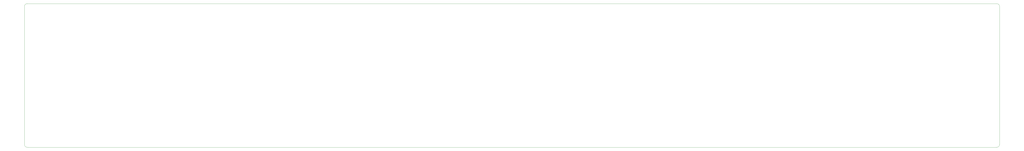
<source format=gm1>
G04 #@! TF.GenerationSoftware,KiCad,Pcbnew,7.0.9*
G04 #@! TF.CreationDate,2024-04-05T10:46:58+01:00*
G04 #@! TF.ProjectId,mcpElectronicsv2,6d637045-6c65-4637-9472-6f6e69637376,rev?*
G04 #@! TF.SameCoordinates,Original*
G04 #@! TF.FileFunction,Profile,NP*
%FSLAX46Y46*%
G04 Gerber Fmt 4.6, Leading zero omitted, Abs format (unit mm)*
G04 Created by KiCad (PCBNEW 7.0.9) date 2024-04-05 10:46:58*
%MOMM*%
%LPD*%
G01*
G04 APERTURE LIST*
G04 #@! TA.AperFunction,Profile*
%ADD10C,0.100000*%
G04 #@! TD*
G04 APERTURE END LIST*
D10*
X73200000Y-276500000D02*
G75*
G03*
X74500000Y-277800000I1300000J0D01*
G01*
X542800000Y-209500000D02*
G75*
G03*
X541400295Y-208203829I-1300000J0D01*
G01*
X73200000Y-209500000D02*
X73200000Y-276500000D01*
X74500000Y-277800000D02*
X541500000Y-277800000D01*
X541500000Y-277800000D02*
G75*
G03*
X542800000Y-276500000I0J1300000D01*
G01*
X74400295Y-208203829D02*
G75*
G03*
X73200000Y-209500000I99705J-1296171D01*
G01*
X542800000Y-276500000D02*
X542800000Y-209500000D01*
X541400000Y-208200000D02*
X74400000Y-208200000D01*
M02*

</source>
